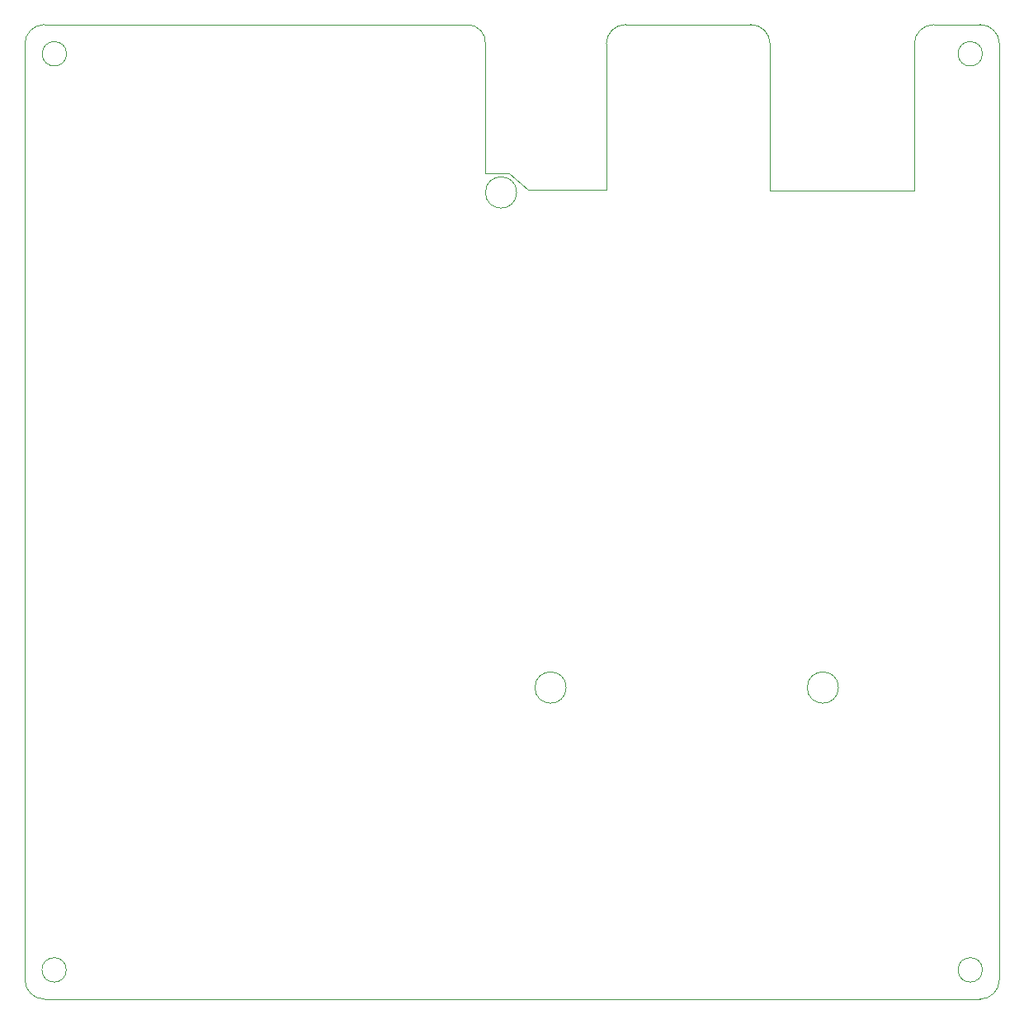
<source format=gm1>
%TF.GenerationSoftware,KiCad,Pcbnew,7.0.7*%
%TF.CreationDate,2023-09-19T14:40:45+02:00*%
%TF.ProjectId,Actuator,41637475-6174-46f7-922e-6b696361645f,v0.0*%
%TF.SameCoordinates,Original*%
%TF.FileFunction,Profile,NP*%
%FSLAX46Y46*%
G04 Gerber Fmt 4.6, Leading zero omitted, Abs format (unit mm)*
G04 Created by KiCad (PCBNEW 7.0.7) date 2023-09-19 14:40:45*
%MOMM*%
%LPD*%
G01*
G04 APERTURE LIST*
%TA.AperFunction,Profile*%
%ADD10C,0.100000*%
%TD*%
G04 APERTURE END LIST*
D10*
X149529000Y-77319000D02*
X149529000Y-62319000D01*
X91869000Y-160329000D02*
X187869000Y-160329000D01*
X166329000Y-77369000D02*
X179529000Y-77369000D01*
X187869000Y-160329000D02*
G75*
G03*
X189869000Y-158329000I0J2000000D01*
G01*
X151529000Y-60319000D02*
G75*
G03*
X149529000Y-62319000I0J-2000000D01*
G01*
X164329000Y-60319000D02*
X151529000Y-60319000D01*
X181129000Y-62343200D02*
X181129000Y-77369000D01*
X141529000Y-77319000D02*
X149529000Y-77319000D01*
X89869000Y-158329000D02*
X89869000Y-62329000D01*
X166329000Y-77169000D02*
X166329000Y-77369000D01*
X137129040Y-62344003D02*
G75*
G03*
X135294827Y-60342239I-1848440J147503D01*
G01*
X145409000Y-128359000D02*
G75*
G03*
X145409000Y-128359000I-1600000J0D01*
G01*
X139529000Y-75569000D02*
X141529000Y-77319000D01*
X137129000Y-75569000D02*
X139529000Y-75569000D01*
X166329000Y-62319000D02*
G75*
G03*
X164329000Y-60319000I-2000000J0D01*
G01*
X91869000Y-60329000D02*
G75*
G03*
X89869000Y-62329000I0J-2000000D01*
G01*
X187869000Y-60329000D02*
X183143214Y-60329000D01*
X189869000Y-62329000D02*
X189869000Y-158329000D01*
X94119000Y-157329000D02*
G75*
G03*
X94119000Y-157329000I-1250000J0D01*
G01*
X166329000Y-76769000D02*
X166329000Y-77169000D01*
X91869000Y-60329000D02*
X135294827Y-60342238D01*
X137129000Y-62344000D02*
X137129000Y-75569000D01*
X179529000Y-77369000D02*
X181129000Y-77369000D01*
X188119000Y-63329000D02*
G75*
G03*
X188119000Y-63329000I-1250000J0D01*
G01*
X89869000Y-158329000D02*
G75*
G03*
X91869000Y-160329000I2000000J0D01*
G01*
X189869000Y-62329000D02*
G75*
G03*
X187869000Y-60329000I-2000000J0D01*
G01*
X173349000Y-128359000D02*
G75*
G03*
X173349000Y-128359000I-1600000J0D01*
G01*
X183143214Y-60329000D02*
G75*
G03*
X181129000Y-62343200I-14J-2014200D01*
G01*
X188119000Y-157329000D02*
G75*
G03*
X188119000Y-157329000I-1250000J0D01*
G01*
X140329000Y-77559000D02*
G75*
G03*
X140329000Y-77559000I-1600000J0D01*
G01*
X166329000Y-72319000D02*
X166329000Y-62319000D01*
X166329000Y-72319000D02*
X166329000Y-76769000D01*
X94146000Y-63329000D02*
G75*
G03*
X94146000Y-63329000I-1250000J0D01*
G01*
M02*

</source>
